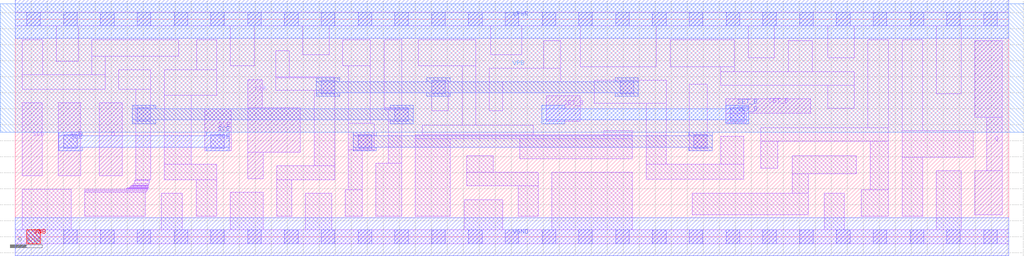
<source format=lef>
# Copyright 2020 The SkyWater PDK Authors
#
# Licensed under the Apache License, Version 2.0 (the "License");
# you may not use this file except in compliance with the License.
# You may obtain a copy of the License at
#
#     https://www.apache.org/licenses/LICENSE-2.0
#
# Unless required by applicable law or agreed to in writing, software
# distributed under the License is distributed on an "AS IS" BASIS,
# WITHOUT WARRANTIES OR CONDITIONS OF ANY KIND, either express or implied.
# See the License for the specific language governing permissions and
# limitations under the License.
#
# SPDX-License-Identifier: Apache-2.0

VERSION 5.7 ;
  NOWIREEXTENSIONATPIN ON ;
  DIVIDERCHAR "/" ;
  BUSBITCHARS "[]" ;
MACRO sky130_fd_sc_hd__sdfstp_1
  CLASS CORE ;
  FOREIGN sky130_fd_sc_hd__sdfstp_1 ;
  ORIGIN  0.000000  0.000000 ;
  SIZE  12.42000 BY  2.720000 ;
  SYMMETRY X Y R90 ;
  SITE unithd ;
  PIN D
    ANTENNAGATEAREA  0.159000 ;
    DIRECTION INPUT ;
    USE SIGNAL ;
    PORT
      LAYER li1 ;
        RECT 1.050000 0.765000 1.335000 1.675000 ;
    END
  END D
  PIN Q
    ANTENNADIFFAREA  0.429000 ;
    DIRECTION OUTPUT ;
    USE SIGNAL ;
    PORT
      LAYER li1 ;
        RECT 11.995000 0.275000 12.335000 0.825000 ;
        RECT 11.995000 1.495000 12.335000 2.450000 ;
        RECT 12.145000 0.825000 12.335000 1.495000 ;
    END
  END Q
  PIN SCD
    ANTENNAGATEAREA  0.159000 ;
    DIRECTION INPUT ;
    USE SIGNAL ;
    PORT
      LAYER li1 ;
        RECT 0.085000 0.765000 0.340000 1.675000 ;
    END
  END SCD
  PIN SCE
    ANTENNAGATEAREA  0.318000 ;
    DIRECTION INPUT ;
    USE SIGNAL ;
    PORT
      LAYER li1 ;
        RECT 0.540000 0.765000 0.820000 1.675000 ;
      LAYER mcon ;
        RECT 0.605000 1.105000 0.775000 1.275000 ;
    END
    PORT
      LAYER li1 ;
        RECT 2.370000 1.075000 2.700000 1.600000 ;
      LAYER mcon ;
        RECT 2.445000 1.105000 2.615000 1.275000 ;
    END
    PORT
      LAYER met1 ;
        RECT 0.545000 1.075000 0.835000 1.120000 ;
        RECT 0.545000 1.120000 2.675000 1.260000 ;
        RECT 0.545000 1.260000 0.835000 1.305000 ;
        RECT 2.385000 1.075000 2.675000 1.120000 ;
        RECT 2.385000 1.260000 2.675000 1.305000 ;
    END
  END SCE
  PIN SET_B
    ANTENNAGATEAREA  0.252000 ;
    DIRECTION INPUT ;
    USE SIGNAL ;
    PORT
      LAYER li1 ;
        RECT 6.640000 1.445000 7.065000 1.765000 ;
    END
    PORT
      LAYER li1 ;
        RECT 8.880000 1.425000 9.135000 1.545000 ;
        RECT 8.880000 1.545000 9.945000 1.725000 ;
      LAYER mcon ;
        RECT 8.940000 1.445000 9.110000 1.615000 ;
    END
    PORT
      LAYER met1 ;
        RECT 6.580000 1.415000 6.870000 1.460000 ;
        RECT 6.580000 1.460000 9.170000 1.600000 ;
        RECT 6.580000 1.600000 6.870000 1.645000 ;
        RECT 8.880000 1.415000 9.170000 1.460000 ;
        RECT 8.880000 1.600000 9.170000 1.645000 ;
    END
  END SET_B
  PIN VNB
    PORT
      LAYER pwell ;
        RECT 0.145000 -0.085000 0.315000 0.085000 ;
    END
  END VNB
  PIN VPB
    PORT
      LAYER nwell ;
        RECT -0.190000 1.305000 12.610000 2.910000 ;
    END
  END VPB
  PIN CLK
    ANTENNAGATEAREA  0.159000 ;
    DIRECTION INPUT ;
    USE CLOCK ;
    PORT
      LAYER li1 ;
        RECT 2.905000 0.725000 3.100000 1.055000 ;
        RECT 2.905000 1.055000 3.565000 1.615000 ;
        RECT 2.905000 1.615000 3.085000 1.960000 ;
    END
  END CLK
  PIN VGND
    DIRECTION INOUT ;
    SHAPE ABUTMENT ;
    USE GROUND ;
    PORT
      LAYER met1 ;
        RECT 0.000000 -0.240000 12.420000 0.240000 ;
    END
  END VGND
  PIN VPWR
    DIRECTION INOUT ;
    SHAPE ABUTMENT ;
    USE POWER ;
    PORT
      LAYER met1 ;
        RECT 0.000000 2.480000 12.420000 2.960000 ;
    END
  END VPWR
  OBS
    LAYER li1 ;
      RECT  0.000000 -0.085000 12.420000 0.085000 ;
      RECT  0.000000  2.635000 12.420000 2.805000 ;
      RECT  0.085000  0.085000  0.700000 0.595000 ;
      RECT  0.085000  1.845000  1.125000 2.025000 ;
      RECT  0.085000  2.025000  0.345000 2.465000 ;
      RECT  0.515000  2.195000  0.785000 2.635000 ;
      RECT  0.870000  0.255000  1.625000 0.555000 ;
      RECT  0.870000  0.555000  1.640000 0.575000 ;
      RECT  0.870000  0.575000  1.650000 0.595000 ;
      RECT  0.955000  2.025000  1.125000 2.255000 ;
      RECT  0.955000  2.255000  2.045000 2.465000 ;
      RECT  1.295000  1.845000  1.695000 2.085000 ;
      RECT  1.380000  0.595000  1.660000 0.600000 ;
      RECT  1.395000  0.600000  1.660000 0.605000 ;
      RECT  1.405000  0.605000  1.660000 0.610000 ;
      RECT  1.420000  0.610000  1.660000 0.615000 ;
      RECT  1.430000  0.615000  1.660000 0.620000 ;
      RECT  1.440000  0.620000  1.665000 0.630000 ;
      RECT  1.445000  0.630000  1.665000 0.635000 ;
      RECT  1.460000  0.635000  1.665000 0.645000 ;
      RECT  1.475000  0.645000  1.670000 0.660000 ;
      RECT  1.475000  0.660000  1.675000 0.665000 ;
      RECT  1.495000  0.665000  1.675000 0.705000 ;
      RECT  1.505000  0.705000  1.675000 0.710000 ;
      RECT  1.505000  0.710000  1.695000 1.845000 ;
      RECT  1.825000  0.085000  2.090000 0.545000 ;
      RECT  1.865000  0.715000  2.520000 0.905000 ;
      RECT  1.865000  0.905000  2.200000 1.770000 ;
      RECT  1.865000  1.770000  2.520000 2.085000 ;
      RECT  2.260000  0.255000  2.520000 0.715000 ;
      RECT  2.270000  2.085000  2.520000 2.465000 ;
      RECT  2.690000  0.085000  3.100000 0.555000 ;
      RECT  2.690000  2.140000  2.985000 2.635000 ;
      RECT  3.255000  1.830000  3.995000 1.990000 ;
      RECT  3.255000  1.990000  3.985000 2.000000 ;
      RECT  3.255000  2.000000  3.425000 2.325000 ;
      RECT  3.270000  0.255000  3.455000 0.715000 ;
      RECT  3.270000  0.715000  3.995000 0.885000 ;
      RECT  3.595000  2.275000  3.925000 2.635000 ;
      RECT  3.625000  0.085000  3.955000 0.545000 ;
      RECT  3.735000  0.885000  3.995000 1.830000 ;
      RECT  4.095000  2.135000  4.440000 2.465000 ;
      RECT  4.125000  0.255000  4.335000 0.585000 ;
      RECT  4.165000  0.585000  4.335000 1.090000 ;
      RECT  4.165000  1.090000  4.490000 1.420000 ;
      RECT  4.165000  1.420000  4.440000 2.135000 ;
      RECT  4.505000  0.255000  4.830000 0.920000 ;
      RECT  4.615000  1.590000  4.915000 1.615000 ;
      RECT  4.615000  1.615000  4.830000 2.465000 ;
      RECT  4.660000  0.920000  4.830000 1.445000 ;
      RECT  4.660000  1.445000  4.915000 1.590000 ;
      RECT  5.000000  0.255000  5.440000 1.225000 ;
      RECT  5.000000  1.225000  7.715000 1.275000 ;
      RECT  5.035000  2.135000  5.755000 2.465000 ;
      RECT  5.085000  1.275000  6.475000 1.395000 ;
      RECT  5.205000  1.575000  5.415000 1.955000 ;
      RECT  5.585000  1.395000  5.755000 2.135000 ;
      RECT  5.610000  0.085000  6.095000 0.465000 ;
      RECT  5.645000  0.635000  6.535000 0.805000 ;
      RECT  5.645000  0.805000  5.975000 1.015000 ;
      RECT  5.925000  1.575000  6.095000 1.935000 ;
      RECT  5.925000  1.935000  6.820000 2.105000 ;
      RECT  5.945000  2.275000  6.330000 2.635000 ;
      RECT  6.285000  0.255000  6.535000 0.635000 ;
      RECT  6.305000  0.975000  7.715000 1.225000 ;
      RECT  6.605000  2.105000  6.820000 2.450000 ;
      RECT  6.705000  0.085000  7.715000 0.805000 ;
      RECT  7.060000  2.125000  8.015000 2.635000 ;
      RECT  7.235000  1.670000  8.135000 1.955000 ;
      RECT  7.355000  1.275000  7.715000 1.325000 ;
      RECT  7.885000  0.720000  9.105000 0.905000 ;
      RECT  7.885000  0.905000  8.135000 1.670000 ;
      RECT  8.185000  2.125000  8.990000 2.460000 ;
      RECT  8.425000  1.075000  8.650000 1.905000 ;
      RECT  8.465000  0.275000  9.910000 0.545000 ;
      RECT  8.820000  0.905000  9.105000 1.255000 ;
      RECT  8.820000  1.895000 10.485000 2.065000 ;
      RECT  8.820000  2.065000  8.990000 2.125000 ;
      RECT  9.160000  2.235000  9.490000 2.635000 ;
      RECT  9.320000  0.855000  9.530000 1.195000 ;
      RECT  9.320000  1.195000 10.915000 1.365000 ;
      RECT  9.660000  2.065000  9.965000 2.450000 ;
      RECT  9.710000  0.545000  9.910000 0.785000 ;
      RECT  9.710000  0.785000 10.515000 1.015000 ;
      RECT 10.115000  0.085000 10.365000 0.545000 ;
      RECT 10.155000  1.605000 10.485000 1.895000 ;
      RECT 10.155000  2.235000 10.485000 2.635000 ;
      RECT 10.575000  0.255000 10.915000 0.585000 ;
      RECT 10.655000  1.365000 10.915000 2.465000 ;
      RECT 10.685000  0.585000 10.915000 1.195000 ;
      RECT 11.085000  0.255000 11.345000 0.995000 ;
      RECT 11.085000  0.995000 11.975000 1.325000 ;
      RECT 11.085000  1.325000 11.345000 2.465000 ;
      RECT 11.515000  0.085000 11.825000 0.825000 ;
      RECT 11.515000  1.790000 11.825000 2.635000 ;
    LAYER mcon ;
      RECT  0.145000 -0.085000  0.315000 0.085000 ;
      RECT  0.145000  2.635000  0.315000 2.805000 ;
      RECT  0.605000 -0.085000  0.775000 0.085000 ;
      RECT  0.605000  2.635000  0.775000 2.805000 ;
      RECT  1.065000 -0.085000  1.235000 0.085000 ;
      RECT  1.065000  2.635000  1.235000 2.805000 ;
      RECT  1.525000 -0.085000  1.695000 0.085000 ;
      RECT  1.525000  1.445000  1.695000 1.615000 ;
      RECT  1.525000  2.635000  1.695000 2.805000 ;
      RECT  1.985000 -0.085000  2.155000 0.085000 ;
      RECT  1.985000  2.635000  2.155000 2.805000 ;
      RECT  2.445000 -0.085000  2.615000 0.085000 ;
      RECT  2.445000  2.635000  2.615000 2.805000 ;
      RECT  2.905000 -0.085000  3.075000 0.085000 ;
      RECT  2.905000  2.635000  3.075000 2.805000 ;
      RECT  3.365000 -0.085000  3.535000 0.085000 ;
      RECT  3.365000  2.635000  3.535000 2.805000 ;
      RECT  3.825000 -0.085000  3.995000 0.085000 ;
      RECT  3.825000  1.785000  3.995000 1.955000 ;
      RECT  3.825000  2.635000  3.995000 2.805000 ;
      RECT  4.285000 -0.085000  4.455000 0.085000 ;
      RECT  4.285000  1.105000  4.455000 1.275000 ;
      RECT  4.285000  2.635000  4.455000 2.805000 ;
      RECT  4.745000 -0.085000  4.915000 0.085000 ;
      RECT  4.745000  1.445000  4.915000 1.615000 ;
      RECT  4.745000  2.635000  4.915000 2.805000 ;
      RECT  5.205000 -0.085000  5.375000 0.085000 ;
      RECT  5.205000  1.785000  5.375000 1.955000 ;
      RECT  5.205000  2.635000  5.375000 2.805000 ;
      RECT  5.665000 -0.085000  5.835000 0.085000 ;
      RECT  5.665000  2.635000  5.835000 2.805000 ;
      RECT  6.125000 -0.085000  6.295000 0.085000 ;
      RECT  6.125000  2.635000  6.295000 2.805000 ;
      RECT  6.585000 -0.085000  6.755000 0.085000 ;
      RECT  6.585000  2.635000  6.755000 2.805000 ;
      RECT  7.045000 -0.085000  7.215000 0.085000 ;
      RECT  7.045000  2.635000  7.215000 2.805000 ;
      RECT  7.505000 -0.085000  7.675000 0.085000 ;
      RECT  7.505000  2.635000  7.675000 2.805000 ;
      RECT  7.560000  1.785000  7.730000 1.955000 ;
      RECT  7.965000 -0.085000  8.135000 0.085000 ;
      RECT  7.965000  2.635000  8.135000 2.805000 ;
      RECT  8.425000 -0.085000  8.595000 0.085000 ;
      RECT  8.425000  2.635000  8.595000 2.805000 ;
      RECT  8.480000  1.105000  8.650000 1.275000 ;
      RECT  8.885000 -0.085000  9.055000 0.085000 ;
      RECT  8.885000  2.635000  9.055000 2.805000 ;
      RECT  9.345000 -0.085000  9.515000 0.085000 ;
      RECT  9.345000  2.635000  9.515000 2.805000 ;
      RECT  9.805000 -0.085000  9.975000 0.085000 ;
      RECT  9.805000  2.635000  9.975000 2.805000 ;
      RECT 10.265000 -0.085000 10.435000 0.085000 ;
      RECT 10.265000  2.635000 10.435000 2.805000 ;
      RECT 10.725000 -0.085000 10.895000 0.085000 ;
      RECT 10.725000  2.635000 10.895000 2.805000 ;
      RECT 11.185000 -0.085000 11.355000 0.085000 ;
      RECT 11.185000  2.635000 11.355000 2.805000 ;
      RECT 11.645000 -0.085000 11.815000 0.085000 ;
      RECT 11.645000  2.635000 11.815000 2.805000 ;
      RECT 12.105000 -0.085000 12.275000 0.085000 ;
      RECT 12.105000  2.635000 12.275000 2.805000 ;
    LAYER met1 ;
      RECT 1.465000 1.415000 1.755000 1.460000 ;
      RECT 1.465000 1.460000 4.975000 1.600000 ;
      RECT 1.465000 1.600000 1.755000 1.645000 ;
      RECT 3.765000 1.755000 4.055000 1.800000 ;
      RECT 3.765000 1.800000 7.790000 1.940000 ;
      RECT 3.765000 1.940000 4.055000 1.985000 ;
      RECT 4.225000 1.075000 4.515000 1.120000 ;
      RECT 4.225000 1.120000 8.710000 1.260000 ;
      RECT 4.225000 1.260000 4.515000 1.305000 ;
      RECT 4.685000 1.415000 4.975000 1.460000 ;
      RECT 4.685000 1.600000 4.975000 1.645000 ;
      RECT 5.145000 1.755000 5.435000 1.800000 ;
      RECT 5.145000 1.940000 5.435000 1.985000 ;
      RECT 7.500000 1.755000 7.790000 1.800000 ;
      RECT 7.500000 1.940000 7.790000 1.985000 ;
      RECT 8.420000 1.075000 8.710000 1.120000 ;
      RECT 8.420000 1.260000 8.710000 1.305000 ;
  END
END sky130_fd_sc_hd__sdfstp_1
END LIBRARY

</source>
